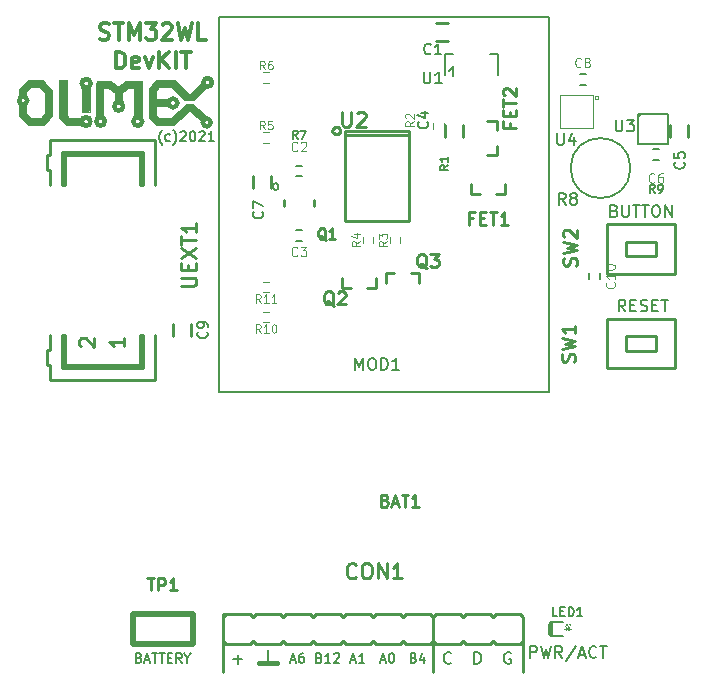
<source format=gbr>
G04 #@! TF.GenerationSoftware,KiCad,Pcbnew,5.1.5+dfsg1-2build2*
G04 #@! TF.CreationDate,2021-03-17T14:18:53+02:00*
G04 #@! TF.ProjectId,LoRa-STM32WL-DevKit_RevA,4c6f5261-2d53-4544-9d33-32574c2d4465,rev?*
G04 #@! TF.SameCoordinates,Original*
G04 #@! TF.FileFunction,Legend,Top*
G04 #@! TF.FilePolarity,Positive*
%FSLAX46Y46*%
G04 Gerber Fmt 4.6, Leading zero omitted, Abs format (unit mm)*
G04 Created by KiCad (PCBNEW 5.1.5+dfsg1-2build2) date 2021-03-17 14:18:53*
%MOMM*%
%LPD*%
G04 APERTURE LIST*
%ADD10C,0.150000*%
%ADD11C,0.400000*%
%ADD12C,0.160000*%
%ADD13C,0.254000*%
%ADD14C,0.209550*%
%ADD15C,0.349250*%
%ADD16C,0.700000*%
%ADD17C,0.500000*%
%ADD18C,0.100000*%
%ADD19C,0.508000*%
%ADD20C,0.050000*%
%ADD21C,0.127000*%
%ADD22C,0.222250*%
%ADD23C,0.200000*%
G04 APERTURE END LIST*
D10*
X65310000Y-140912857D02*
X65424285Y-140950952D01*
X65462380Y-140989047D01*
X65500476Y-141065238D01*
X65500476Y-141179523D01*
X65462380Y-141255714D01*
X65424285Y-141293809D01*
X65348095Y-141331904D01*
X65043333Y-141331904D01*
X65043333Y-140531904D01*
X65310000Y-140531904D01*
X65386190Y-140570000D01*
X65424285Y-140608095D01*
X65462380Y-140684285D01*
X65462380Y-140760476D01*
X65424285Y-140836666D01*
X65386190Y-140874761D01*
X65310000Y-140912857D01*
X65043333Y-140912857D01*
X65805238Y-141103333D02*
X66186190Y-141103333D01*
X65729047Y-141331904D02*
X65995714Y-140531904D01*
X66262380Y-141331904D01*
X66414761Y-140531904D02*
X66871904Y-140531904D01*
X66643333Y-141331904D02*
X66643333Y-140531904D01*
X67024285Y-140531904D02*
X67481428Y-140531904D01*
X67252857Y-141331904D02*
X67252857Y-140531904D01*
X67748095Y-140912857D02*
X68014761Y-140912857D01*
X68129047Y-141331904D02*
X67748095Y-141331904D01*
X67748095Y-140531904D01*
X68129047Y-140531904D01*
X68929047Y-141331904D02*
X68662380Y-140950952D01*
X68471904Y-141331904D02*
X68471904Y-140531904D01*
X68776666Y-140531904D01*
X68852857Y-140570000D01*
X68890952Y-140608095D01*
X68929047Y-140684285D01*
X68929047Y-140798571D01*
X68890952Y-140874761D01*
X68852857Y-140912857D01*
X68776666Y-140950952D01*
X68471904Y-140950952D01*
X69424285Y-140950952D02*
X69424285Y-141331904D01*
X69157619Y-140531904D02*
X69424285Y-140950952D01*
X69690952Y-140531904D01*
D11*
X75438000Y-141351000D02*
X76962000Y-141351000D01*
D12*
X76200000Y-140208000D02*
X76200000Y-141351000D01*
D10*
X88576190Y-140912857D02*
X88690476Y-140950952D01*
X88728571Y-140989047D01*
X88766666Y-141065238D01*
X88766666Y-141179523D01*
X88728571Y-141255714D01*
X88690476Y-141293809D01*
X88614285Y-141331904D01*
X88309523Y-141331904D01*
X88309523Y-140531904D01*
X88576190Y-140531904D01*
X88652380Y-140570000D01*
X88690476Y-140608095D01*
X88728571Y-140684285D01*
X88728571Y-140760476D01*
X88690476Y-140836666D01*
X88652380Y-140874761D01*
X88576190Y-140912857D01*
X88309523Y-140912857D01*
X89452380Y-140798571D02*
X89452380Y-141331904D01*
X89261904Y-140493809D02*
X89071428Y-141065238D01*
X89566666Y-141065238D01*
X85788571Y-141103333D02*
X86169523Y-141103333D01*
X85712380Y-141331904D02*
X85979047Y-140531904D01*
X86245714Y-141331904D01*
X86664761Y-140531904D02*
X86740952Y-140531904D01*
X86817142Y-140570000D01*
X86855238Y-140608095D01*
X86893333Y-140684285D01*
X86931428Y-140836666D01*
X86931428Y-141027142D01*
X86893333Y-141179523D01*
X86855238Y-141255714D01*
X86817142Y-141293809D01*
X86740952Y-141331904D01*
X86664761Y-141331904D01*
X86588571Y-141293809D01*
X86550476Y-141255714D01*
X86512380Y-141179523D01*
X86474285Y-141027142D01*
X86474285Y-140836666D01*
X86512380Y-140684285D01*
X86550476Y-140608095D01*
X86588571Y-140570000D01*
X86664761Y-140531904D01*
X83248571Y-141103333D02*
X83629523Y-141103333D01*
X83172380Y-141331904D02*
X83439047Y-140531904D01*
X83705714Y-141331904D01*
X84391428Y-141331904D02*
X83934285Y-141331904D01*
X84162857Y-141331904D02*
X84162857Y-140531904D01*
X84086666Y-140646190D01*
X84010476Y-140722380D01*
X83934285Y-140760476D01*
X80575238Y-140912857D02*
X80689523Y-140950952D01*
X80727619Y-140989047D01*
X80765714Y-141065238D01*
X80765714Y-141179523D01*
X80727619Y-141255714D01*
X80689523Y-141293809D01*
X80613333Y-141331904D01*
X80308571Y-141331904D01*
X80308571Y-140531904D01*
X80575238Y-140531904D01*
X80651428Y-140570000D01*
X80689523Y-140608095D01*
X80727619Y-140684285D01*
X80727619Y-140760476D01*
X80689523Y-140836666D01*
X80651428Y-140874761D01*
X80575238Y-140912857D01*
X80308571Y-140912857D01*
X81527619Y-141331904D02*
X81070476Y-141331904D01*
X81299047Y-141331904D02*
X81299047Y-140531904D01*
X81222857Y-140646190D01*
X81146666Y-140722380D01*
X81070476Y-140760476D01*
X81832380Y-140608095D02*
X81870476Y-140570000D01*
X81946666Y-140531904D01*
X82137142Y-140531904D01*
X82213333Y-140570000D01*
X82251428Y-140608095D01*
X82289523Y-140684285D01*
X82289523Y-140760476D01*
X82251428Y-140874761D01*
X81794285Y-141331904D01*
X82289523Y-141331904D01*
X78168571Y-141103333D02*
X78549523Y-141103333D01*
X78092380Y-141331904D02*
X78359047Y-140531904D01*
X78625714Y-141331904D01*
X79235238Y-140531904D02*
X79082857Y-140531904D01*
X79006666Y-140570000D01*
X78968571Y-140608095D01*
X78892380Y-140722380D01*
X78854285Y-140874761D01*
X78854285Y-141179523D01*
X78892380Y-141255714D01*
X78930476Y-141293809D01*
X79006666Y-141331904D01*
X79159047Y-141331904D01*
X79235238Y-141293809D01*
X79273333Y-141255714D01*
X79311428Y-141179523D01*
X79311428Y-140989047D01*
X79273333Y-140912857D01*
X79235238Y-140874761D01*
X79159047Y-140836666D01*
X79006666Y-140836666D01*
X78930476Y-140874761D01*
X78892380Y-140912857D01*
X78854285Y-140989047D01*
X73279047Y-141041428D02*
X74040952Y-141041428D01*
X73660000Y-141422380D02*
X73660000Y-140660476D01*
D13*
X72390000Y-137414000D02*
X72390000Y-142113000D01*
D10*
X96781904Y-140470000D02*
X96686666Y-140422380D01*
X96543809Y-140422380D01*
X96400952Y-140470000D01*
X96305714Y-140565238D01*
X96258095Y-140660476D01*
X96210476Y-140850952D01*
X96210476Y-140993809D01*
X96258095Y-141184285D01*
X96305714Y-141279523D01*
X96400952Y-141374761D01*
X96543809Y-141422380D01*
X96639047Y-141422380D01*
X96781904Y-141374761D01*
X96829523Y-141327142D01*
X96829523Y-140993809D01*
X96639047Y-140993809D01*
X91749523Y-141327142D02*
X91701904Y-141374761D01*
X91559047Y-141422380D01*
X91463809Y-141422380D01*
X91320952Y-141374761D01*
X91225714Y-141279523D01*
X91178095Y-141184285D01*
X91130476Y-140993809D01*
X91130476Y-140850952D01*
X91178095Y-140660476D01*
X91225714Y-140565238D01*
X91320952Y-140470000D01*
X91463809Y-140422380D01*
X91559047Y-140422380D01*
X91701904Y-140470000D01*
X91749523Y-140517619D01*
X93718095Y-141422380D02*
X93718095Y-140422380D01*
X93956190Y-140422380D01*
X94099047Y-140470000D01*
X94194285Y-140565238D01*
X94241904Y-140660476D01*
X94289523Y-140850952D01*
X94289523Y-140993809D01*
X94241904Y-141184285D01*
X94194285Y-141279523D01*
X94099047Y-141374761D01*
X93956190Y-141422380D01*
X93718095Y-141422380D01*
D13*
X97790000Y-137541000D02*
X97790000Y-142113000D01*
X90170000Y-137414000D02*
X90170000Y-142113000D01*
D10*
X98433333Y-140914380D02*
X98433333Y-139914380D01*
X98814285Y-139914380D01*
X98909523Y-139962000D01*
X98957142Y-140009619D01*
X99004761Y-140104857D01*
X99004761Y-140247714D01*
X98957142Y-140342952D01*
X98909523Y-140390571D01*
X98814285Y-140438190D01*
X98433333Y-140438190D01*
X99338095Y-139914380D02*
X99576190Y-140914380D01*
X99766666Y-140200095D01*
X99957142Y-140914380D01*
X100195238Y-139914380D01*
X101147619Y-140914380D02*
X100814285Y-140438190D01*
X100576190Y-140914380D02*
X100576190Y-139914380D01*
X100957142Y-139914380D01*
X101052380Y-139962000D01*
X101100000Y-140009619D01*
X101147619Y-140104857D01*
X101147619Y-140247714D01*
X101100000Y-140342952D01*
X101052380Y-140390571D01*
X100957142Y-140438190D01*
X100576190Y-140438190D01*
X102290476Y-139866761D02*
X101433333Y-141152476D01*
X102576190Y-140628666D02*
X103052380Y-140628666D01*
X102480952Y-140914380D02*
X102814285Y-139914380D01*
X103147619Y-140914380D01*
X104052380Y-140819142D02*
X104004761Y-140866761D01*
X103861904Y-140914380D01*
X103766666Y-140914380D01*
X103623809Y-140866761D01*
X103528571Y-140771523D01*
X103480952Y-140676285D01*
X103433333Y-140485809D01*
X103433333Y-140342952D01*
X103480952Y-140152476D01*
X103528571Y-140057238D01*
X103623809Y-139962000D01*
X103766666Y-139914380D01*
X103861904Y-139914380D01*
X104004761Y-139962000D01*
X104052380Y-140009619D01*
X104338095Y-139914380D02*
X104909523Y-139914380D01*
X104623809Y-140914380D02*
X104623809Y-139914380D01*
X105561095Y-103052571D02*
X105703952Y-103100190D01*
X105751571Y-103147809D01*
X105799190Y-103243047D01*
X105799190Y-103385904D01*
X105751571Y-103481142D01*
X105703952Y-103528761D01*
X105608714Y-103576380D01*
X105227761Y-103576380D01*
X105227761Y-102576380D01*
X105561095Y-102576380D01*
X105656333Y-102624000D01*
X105703952Y-102671619D01*
X105751571Y-102766857D01*
X105751571Y-102862095D01*
X105703952Y-102957333D01*
X105656333Y-103004952D01*
X105561095Y-103052571D01*
X105227761Y-103052571D01*
X106227761Y-102576380D02*
X106227761Y-103385904D01*
X106275380Y-103481142D01*
X106323000Y-103528761D01*
X106418238Y-103576380D01*
X106608714Y-103576380D01*
X106703952Y-103528761D01*
X106751571Y-103481142D01*
X106799190Y-103385904D01*
X106799190Y-102576380D01*
X107132523Y-102576380D02*
X107703952Y-102576380D01*
X107418238Y-103576380D02*
X107418238Y-102576380D01*
X107894428Y-102576380D02*
X108465857Y-102576380D01*
X108180142Y-103576380D02*
X108180142Y-102576380D01*
X108989666Y-102576380D02*
X109180142Y-102576380D01*
X109275380Y-102624000D01*
X109370619Y-102719238D01*
X109418238Y-102909714D01*
X109418238Y-103243047D01*
X109370619Y-103433523D01*
X109275380Y-103528761D01*
X109180142Y-103576380D01*
X108989666Y-103576380D01*
X108894428Y-103528761D01*
X108799190Y-103433523D01*
X108751571Y-103243047D01*
X108751571Y-102909714D01*
X108799190Y-102719238D01*
X108894428Y-102624000D01*
X108989666Y-102576380D01*
X109846809Y-103576380D02*
X109846809Y-102576380D01*
X110418238Y-103576380D01*
X110418238Y-102576380D01*
X106497619Y-111577380D02*
X106164285Y-111101190D01*
X105926190Y-111577380D02*
X105926190Y-110577380D01*
X106307142Y-110577380D01*
X106402380Y-110625000D01*
X106450000Y-110672619D01*
X106497619Y-110767857D01*
X106497619Y-110910714D01*
X106450000Y-111005952D01*
X106402380Y-111053571D01*
X106307142Y-111101190D01*
X105926190Y-111101190D01*
X106926190Y-111053571D02*
X107259523Y-111053571D01*
X107402380Y-111577380D02*
X106926190Y-111577380D01*
X106926190Y-110577380D01*
X107402380Y-110577380D01*
X107783333Y-111529761D02*
X107926190Y-111577380D01*
X108164285Y-111577380D01*
X108259523Y-111529761D01*
X108307142Y-111482142D01*
X108354761Y-111386904D01*
X108354761Y-111291666D01*
X108307142Y-111196428D01*
X108259523Y-111148809D01*
X108164285Y-111101190D01*
X107973809Y-111053571D01*
X107878571Y-111005952D01*
X107830952Y-110958333D01*
X107783333Y-110863095D01*
X107783333Y-110767857D01*
X107830952Y-110672619D01*
X107878571Y-110625000D01*
X107973809Y-110577380D01*
X108211904Y-110577380D01*
X108354761Y-110625000D01*
X108783333Y-111053571D02*
X109116666Y-111053571D01*
X109259523Y-111577380D02*
X108783333Y-111577380D01*
X108783333Y-110577380D01*
X109259523Y-110577380D01*
X109545238Y-110577380D02*
X110116666Y-110577380D01*
X109830952Y-111577380D02*
X109830952Y-110577380D01*
D14*
X67266457Y-97472500D02*
X67226542Y-97432585D01*
X67146714Y-97312842D01*
X67106800Y-97233014D01*
X67066885Y-97113271D01*
X67026971Y-96913700D01*
X67026971Y-96754042D01*
X67066885Y-96554471D01*
X67106800Y-96434728D01*
X67146714Y-96354900D01*
X67226542Y-96235157D01*
X67266457Y-96195242D01*
X67945000Y-97113271D02*
X67865171Y-97153185D01*
X67705514Y-97153185D01*
X67625685Y-97113271D01*
X67585771Y-97073357D01*
X67545857Y-96993528D01*
X67545857Y-96754042D01*
X67585771Y-96674214D01*
X67625685Y-96634300D01*
X67705514Y-96594385D01*
X67865171Y-96594385D01*
X67945000Y-96634300D01*
X68224400Y-97472500D02*
X68264314Y-97432585D01*
X68344142Y-97312842D01*
X68384057Y-97233014D01*
X68423971Y-97113271D01*
X68463885Y-96913700D01*
X68463885Y-96754042D01*
X68423971Y-96554471D01*
X68384057Y-96434728D01*
X68344142Y-96354900D01*
X68264314Y-96235157D01*
X68224400Y-96195242D01*
X68823114Y-96394814D02*
X68863028Y-96354900D01*
X68942857Y-96314985D01*
X69142428Y-96314985D01*
X69222257Y-96354900D01*
X69262171Y-96394814D01*
X69302085Y-96474642D01*
X69302085Y-96554471D01*
X69262171Y-96674214D01*
X68783200Y-97153185D01*
X69302085Y-97153185D01*
X69820971Y-96314985D02*
X69900800Y-96314985D01*
X69980628Y-96354900D01*
X70020542Y-96394814D01*
X70060457Y-96474642D01*
X70100371Y-96634300D01*
X70100371Y-96833871D01*
X70060457Y-96993528D01*
X70020542Y-97073357D01*
X69980628Y-97113271D01*
X69900800Y-97153185D01*
X69820971Y-97153185D01*
X69741142Y-97113271D01*
X69701228Y-97073357D01*
X69661314Y-96993528D01*
X69621400Y-96833871D01*
X69621400Y-96634300D01*
X69661314Y-96474642D01*
X69701228Y-96394814D01*
X69741142Y-96354900D01*
X69820971Y-96314985D01*
X70419685Y-96394814D02*
X70459600Y-96354900D01*
X70539428Y-96314985D01*
X70739000Y-96314985D01*
X70818828Y-96354900D01*
X70858742Y-96394814D01*
X70898657Y-96474642D01*
X70898657Y-96554471D01*
X70858742Y-96674214D01*
X70379771Y-97153185D01*
X70898657Y-97153185D01*
X71696942Y-97153185D02*
X71217971Y-97153185D01*
X71457457Y-97153185D02*
X71457457Y-96314985D01*
X71377628Y-96434728D01*
X71297800Y-96514557D01*
X71217971Y-96554471D01*
D15*
X61997166Y-88497077D02*
X62196738Y-88563601D01*
X62529357Y-88563601D01*
X62662404Y-88497077D01*
X62728928Y-88430553D01*
X62795452Y-88297505D01*
X62795452Y-88164458D01*
X62728928Y-88031410D01*
X62662404Y-87964886D01*
X62529357Y-87898363D01*
X62263261Y-87831839D01*
X62130214Y-87765315D01*
X62063690Y-87698791D01*
X61997166Y-87565744D01*
X61997166Y-87432696D01*
X62063690Y-87299648D01*
X62130214Y-87233125D01*
X62263261Y-87166601D01*
X62595880Y-87166601D01*
X62795452Y-87233125D01*
X63194595Y-87166601D02*
X63992880Y-87166601D01*
X63593738Y-88563601D02*
X63593738Y-87166601D01*
X64458547Y-88563601D02*
X64458547Y-87166601D01*
X64924214Y-88164458D01*
X65389880Y-87166601D01*
X65389880Y-88563601D01*
X65922071Y-87166601D02*
X66786880Y-87166601D01*
X66321214Y-87698791D01*
X66520785Y-87698791D01*
X66653833Y-87765315D01*
X66720357Y-87831839D01*
X66786880Y-87964886D01*
X66786880Y-88297505D01*
X66720357Y-88430553D01*
X66653833Y-88497077D01*
X66520785Y-88563601D01*
X66121642Y-88563601D01*
X65988595Y-88497077D01*
X65922071Y-88430553D01*
X67319071Y-87299648D02*
X67385595Y-87233125D01*
X67518642Y-87166601D01*
X67851261Y-87166601D01*
X67984309Y-87233125D01*
X68050833Y-87299648D01*
X68117357Y-87432696D01*
X68117357Y-87565744D01*
X68050833Y-87765315D01*
X67252547Y-88563601D01*
X68117357Y-88563601D01*
X68583023Y-87166601D02*
X68915642Y-88563601D01*
X69181738Y-87565744D01*
X69447833Y-88563601D01*
X69780452Y-87166601D01*
X70977880Y-88563601D02*
X70312642Y-88563601D01*
X70312642Y-87166601D01*
X63360904Y-91008351D02*
X63360904Y-89611351D01*
X63693523Y-89611351D01*
X63893095Y-89677875D01*
X64026142Y-89810922D01*
X64092666Y-89943970D01*
X64159190Y-90210065D01*
X64159190Y-90409636D01*
X64092666Y-90675732D01*
X64026142Y-90808779D01*
X63893095Y-90941827D01*
X63693523Y-91008351D01*
X63360904Y-91008351D01*
X65290095Y-90941827D02*
X65157047Y-91008351D01*
X64890952Y-91008351D01*
X64757904Y-90941827D01*
X64691380Y-90808779D01*
X64691380Y-90276589D01*
X64757904Y-90143541D01*
X64890952Y-90077017D01*
X65157047Y-90077017D01*
X65290095Y-90143541D01*
X65356619Y-90276589D01*
X65356619Y-90409636D01*
X64691380Y-90542684D01*
X65822285Y-90077017D02*
X66154904Y-91008351D01*
X66487523Y-90077017D01*
X67019714Y-91008351D02*
X67019714Y-89611351D01*
X67818000Y-91008351D02*
X67219285Y-90210065D01*
X67818000Y-89611351D02*
X67019714Y-90409636D01*
X68416714Y-91008351D02*
X68416714Y-89611351D01*
X68882380Y-89611351D02*
X69680666Y-89611351D01*
X69281523Y-91008351D02*
X69281523Y-89611351D01*
D10*
X72054000Y-118420000D02*
X72054000Y-86670000D01*
X99994000Y-118420000D02*
X72054000Y-118420000D01*
X99994000Y-86670000D02*
X99994000Y-118420000D01*
X72054000Y-86670000D02*
X99994000Y-86670000D01*
D11*
X55849147Y-93726000D02*
G75*
G03X55849147Y-93726000I-337447J0D01*
G01*
D16*
X55499000Y-92951300D02*
X56007000Y-92443300D01*
X57099200Y-92367100D02*
X57734200Y-92976700D01*
X57708800Y-94932500D02*
X57150000Y-95516700D01*
X59334400Y-95529400D02*
X58877200Y-95072200D01*
X60320200Y-95529400D02*
X59334400Y-95529400D01*
D11*
X61199324Y-95504000D02*
G75*
G03X61199324Y-95504000I-366324J0D01*
G01*
D16*
X60833000Y-92811600D02*
X60833000Y-94411800D01*
D11*
X61219218Y-92278200D02*
G75*
G03X61219218Y-92278200I-373518J0D01*
G01*
X62424559Y-95478600D02*
G75*
G03X62424559Y-95478600I-359659J0D01*
G01*
D16*
X62052200Y-94970600D02*
X62052200Y-92379800D01*
X62052200Y-92379800D02*
X62890400Y-92379800D01*
X62890400Y-92379800D02*
X63500000Y-92887800D01*
X63601600Y-93675200D02*
X63601600Y-92964000D01*
X63677800Y-92887800D02*
X64312800Y-92379800D01*
D11*
X63972518Y-94208600D02*
G75*
G03X63972518Y-94208600I-370918J0D01*
G01*
D16*
X64312800Y-92379800D02*
X65201800Y-92379800D01*
D11*
X65577729Y-95491300D02*
G75*
G03X65577729Y-95491300I-363229J0D01*
G01*
X71373266Y-95580200D02*
G75*
G03X71373266Y-95580200I-329466J0D01*
G01*
D16*
X70713600Y-95224600D02*
X69875400Y-94411800D01*
D17*
X69367400Y-94310200D02*
X69900800Y-94310200D01*
D16*
X68224400Y-95529400D02*
X69367400Y-94411800D01*
X66903600Y-95529400D02*
X68224400Y-95529400D01*
X66471800Y-95097600D02*
X66903600Y-95529400D01*
X66471800Y-92862400D02*
X66471800Y-95097600D01*
X66471800Y-92837000D02*
X66954400Y-92329000D01*
X67002500Y-92354400D02*
X68224400Y-92354400D01*
X68224400Y-92354400D02*
X69316600Y-93421200D01*
D17*
X69342000Y-93535500D02*
X69900800Y-93535500D01*
D16*
X70764400Y-92544900D02*
X69900800Y-93438600D01*
D11*
X71492135Y-92189300D02*
G75*
G03X71492135Y-92189300I-359435J0D01*
G01*
D16*
X67691000Y-93929200D02*
X66471800Y-93929200D01*
D11*
X68558659Y-93929200D02*
G75*
G03X68558659Y-93929200I-359659J0D01*
G01*
D16*
X56070500Y-95542100D02*
X57111900Y-95542100D01*
X55511700Y-94983300D02*
X55511700Y-94221300D01*
X55499000Y-94970600D02*
X56083200Y-95542100D01*
X55499000Y-93002100D02*
X55499000Y-93243400D01*
X57721500Y-92964000D02*
X57721500Y-94894400D01*
X57099200Y-92354400D02*
X56095900Y-92354400D01*
X65214500Y-92367100D02*
X65214500Y-94970600D01*
X58877200Y-95084900D02*
X58877200Y-92354400D01*
D18*
X58877200Y-92011500D02*
X58597800Y-92011500D01*
X58572400Y-92011500D02*
X58572400Y-95161100D01*
X58585100Y-92011500D02*
X58572400Y-92011500D01*
X58597800Y-92011500D02*
X58585100Y-92011500D01*
X58712100Y-92100400D02*
X58648600Y-92087700D01*
X59194700Y-92011500D02*
X59194700Y-95046800D01*
X58889900Y-92011500D02*
X59194700Y-92011500D01*
X59016900Y-92087700D02*
X59131200Y-92087700D01*
X60515500Y-92697300D02*
X60515500Y-94716600D01*
X61150500Y-94716600D02*
X61150500Y-92697300D01*
X61125100Y-94716600D02*
X61150500Y-94716600D01*
X60515500Y-94716600D02*
X61125100Y-94716600D01*
X60655200Y-94653100D02*
X60591700Y-94653100D01*
X60998100Y-94653100D02*
X61087000Y-94653100D01*
X61734700Y-95059500D02*
X61734700Y-92075000D01*
X62979300Y-92062300D02*
X63563500Y-92544900D01*
X61734700Y-92062300D02*
X62979300Y-92062300D01*
X61887100Y-92125800D02*
X61810900Y-92125800D01*
X65544700Y-95084900D02*
X65544700Y-92075000D01*
X64223900Y-92062300D02*
X63601600Y-92557600D01*
X64249300Y-92062300D02*
X64223900Y-92062300D01*
X65544700Y-92062300D02*
X64249300Y-92062300D01*
X65544700Y-92075000D02*
X65544700Y-92062300D01*
X65392300Y-92138500D02*
X65493900Y-92138500D01*
X68338700Y-92024200D02*
X69596000Y-93268800D01*
X68287900Y-92024200D02*
X68338700Y-92024200D01*
X66916300Y-92024200D02*
X68287900Y-92024200D01*
D13*
X88201500Y-96647000D02*
X82740500Y-96647000D01*
X88201500Y-103886000D02*
X88201500Y-96266000D01*
X82740500Y-96266000D02*
X82740500Y-103886000D01*
X88201500Y-103886000D02*
X82740500Y-103886000D01*
X82740500Y-96266000D02*
X88201500Y-96266000D01*
D10*
X107839000Y-94889000D02*
X107589000Y-95139000D01*
X110089000Y-94889000D02*
X107589000Y-94889000D01*
X110089000Y-97389000D02*
X110089000Y-94889000D01*
X107589000Y-97389000D02*
X110089000Y-97389000D01*
X107589000Y-94889000D02*
X107589000Y-97389000D01*
D18*
X100965000Y-96012000D02*
X100965000Y-93218000D01*
X103759000Y-96012000D02*
X100965000Y-96012000D01*
X103759000Y-93218000D02*
X103759000Y-96012000D01*
X100965000Y-93218000D02*
X103759000Y-93218000D01*
X104140000Y-93345000D02*
X103886000Y-93345000D01*
X104140000Y-93599000D02*
X104140000Y-93345000D01*
X103886000Y-93599000D02*
X104140000Y-93599000D01*
X103886000Y-93345000D02*
X103886000Y-93599000D01*
D13*
X58928000Y-98552000D02*
X58928000Y-98044000D01*
X65532000Y-98425000D02*
X65532000Y-98171000D01*
X65532000Y-115824000D02*
X65532000Y-116205000D01*
X58928000Y-115824000D02*
X58928000Y-116205000D01*
X59055000Y-116078000D02*
X59055000Y-113538000D01*
X59055000Y-100838000D02*
X59055000Y-98298000D01*
X65405000Y-98298000D02*
X59055000Y-98298000D01*
X59055000Y-116078000D02*
X65405000Y-116078000D01*
X57785000Y-117348000D02*
X57785000Y-116078000D01*
X66675000Y-97028000D02*
X66675000Y-100838000D01*
X66675000Y-97028000D02*
X57785000Y-97028000D01*
X57785000Y-117348000D02*
X66675000Y-117348000D01*
X65405000Y-98298000D02*
X65405000Y-100838000D01*
X65405000Y-113538000D02*
X65405000Y-116078000D01*
X57785000Y-98298000D02*
X57531000Y-98298000D01*
X57531000Y-98298000D02*
X57531000Y-99568000D01*
X57785000Y-99568000D02*
X57531000Y-99568000D01*
X57785000Y-98298000D02*
X57785000Y-97028000D01*
X57785000Y-100838000D02*
X57785000Y-99568000D01*
X57531000Y-114808000D02*
X57531000Y-116078000D01*
X57531000Y-116078000D02*
X57785000Y-116078000D01*
X57531000Y-114808000D02*
X57785000Y-114808000D01*
X57785000Y-114808000D02*
X57785000Y-113538000D01*
X65659000Y-100838000D02*
X65659000Y-98044000D01*
X65659000Y-98044000D02*
X58801000Y-98044000D01*
X58801000Y-98044000D02*
X58801000Y-100838000D01*
X58801000Y-113538000D02*
X58801000Y-116332000D01*
X58801000Y-116332000D02*
X65659000Y-116332000D01*
X65659000Y-116332000D02*
X65659000Y-113538000D01*
X66675000Y-113538000D02*
X66675000Y-117348000D01*
X59055000Y-100838000D02*
X58801000Y-100838000D01*
X65659000Y-100838000D02*
X65405000Y-100838000D01*
X65659000Y-113538000D02*
X65405000Y-113538000D01*
X59055000Y-113538000D02*
X58801000Y-113538000D01*
D10*
X95722440Y-89758520D02*
X95072200Y-89758520D01*
X95722440Y-89758520D02*
X95722440Y-91559380D01*
X91221560Y-89758520D02*
X91871800Y-89758520D01*
X91221560Y-89758520D02*
X91221560Y-91559380D01*
X91922600Y-90810080D02*
X91922600Y-91658440D01*
X91821000Y-90959940D02*
X91922600Y-90810080D01*
X91572080Y-91259660D02*
X91821000Y-90959940D01*
D19*
X64770000Y-139700000D02*
X64770000Y-137160000D01*
X69850000Y-139700000D02*
X64770000Y-139700000D01*
X69850000Y-137160000D02*
X69850000Y-139700000D01*
X64770000Y-137160000D02*
X69850000Y-137160000D01*
D13*
X106523000Y-106899000D02*
X106523000Y-105699000D01*
X106523000Y-105699000D02*
X109123000Y-105699000D01*
X109123000Y-106899000D02*
X109123000Y-105699000D01*
X106523000Y-106899000D02*
X109123000Y-106899000D01*
X110723000Y-104199000D02*
X104923000Y-104199000D01*
X110723000Y-108399000D02*
X110723000Y-104199000D01*
X104923000Y-108399000D02*
X110723000Y-108399000D01*
X104923000Y-104199000D02*
X104923000Y-108399000D01*
X106523000Y-114900000D02*
X106523000Y-113700000D01*
X106523000Y-113700000D02*
X109123000Y-113700000D01*
X109123000Y-114900000D02*
X109123000Y-113700000D01*
X106523000Y-114900000D02*
X109123000Y-114900000D01*
X110723000Y-112200000D02*
X104923000Y-112200000D01*
X110723000Y-116400000D02*
X110723000Y-112200000D01*
X104923000Y-116400000D02*
X110723000Y-116400000D01*
X104923000Y-112200000D02*
X104923000Y-116400000D01*
D18*
X76327000Y-109080300D02*
X75819000Y-109080300D01*
X75819000Y-109969300D02*
X76327000Y-109969300D01*
X76327000Y-111620300D02*
X75819000Y-111620300D01*
X75819000Y-112509300D02*
X76327000Y-112509300D01*
D10*
X106934000Y-99441000D02*
G75*
G03X106934000Y-99441000I-2540000J0D01*
G01*
D18*
X75819000Y-92202000D02*
X76327000Y-92202000D01*
X76327000Y-91313000D02*
X75819000Y-91313000D01*
X75819000Y-97282000D02*
X76327000Y-97282000D01*
X76327000Y-96393000D02*
X75819000Y-96393000D01*
X85153500Y-105791000D02*
X85153500Y-105283000D01*
X84264500Y-105283000D02*
X84264500Y-105791000D01*
X87439500Y-105791000D02*
X87439500Y-105283000D01*
X86550500Y-105283000D02*
X86550500Y-105791000D01*
X90233500Y-95631000D02*
X90233500Y-96139000D01*
X91122500Y-96139000D02*
X91122500Y-95631000D01*
D13*
X89052400Y-108331000D02*
X88341200Y-108331000D01*
X89052400Y-109169200D02*
X89052400Y-108331000D01*
X86207600Y-109169200D02*
X86207600Y-108331000D01*
X86918800Y-108331000D02*
X86207600Y-108331000D01*
X82524600Y-109601000D02*
X83235800Y-109601000D01*
X82524600Y-108762800D02*
X82524600Y-109601000D01*
X85369400Y-108762800D02*
X85369400Y-109601000D01*
X84658200Y-109601000D02*
X85369400Y-109601000D01*
X80137000Y-102616000D02*
X80137000Y-102108000D01*
X77597000Y-102616000D02*
X77597000Y-102108000D01*
X100203000Y-137947400D02*
X100203000Y-138988800D01*
X100037900Y-138874500D02*
X100037900Y-138049000D01*
X100190300Y-137909300D02*
X100050600Y-138036300D01*
X100190300Y-139001500D02*
X100037900Y-138874500D01*
D20*
X101629200Y-138205400D02*
X101759200Y-138095400D01*
X101769200Y-138075400D02*
X101689200Y-138085400D01*
X101769200Y-138075400D02*
X101769200Y-138155400D01*
X101553800Y-138075400D02*
X101553800Y-138155400D01*
X101553800Y-138075400D02*
X101473800Y-138085400D01*
X101422200Y-138184400D02*
X101552200Y-138074400D01*
D18*
X101500000Y-138540000D02*
X101500000Y-138320000D01*
X101690000Y-138320000D02*
X101590000Y-138420000D01*
X101690000Y-138540000D02*
X101580000Y-138440000D01*
X101690000Y-138540000D02*
X101690000Y-138320000D01*
X101860000Y-138430000D02*
X101340000Y-138430000D01*
D21*
X101219000Y-139065000D02*
X100203000Y-139065000D01*
X100203000Y-137845800D02*
X101219000Y-137845800D01*
D13*
X95631000Y-98323400D02*
X95631000Y-97612200D01*
X94792800Y-98323400D02*
X95631000Y-98323400D01*
X94792800Y-95478600D02*
X95631000Y-95478600D01*
X95631000Y-96189800D02*
X95631000Y-95478600D01*
X93446600Y-101600000D02*
X94157800Y-101600000D01*
X93446600Y-100761800D02*
X93446600Y-101600000D01*
X96291400Y-100761800D02*
X96291400Y-101600000D01*
X95580200Y-101600000D02*
X96291400Y-101600000D01*
X72390000Y-137160000D02*
X72390000Y-139700000D01*
X77470000Y-139446000D02*
X77724000Y-139700000D01*
X77216000Y-139700000D02*
X77470000Y-139446000D01*
X74676000Y-139700000D02*
X72898000Y-139700000D01*
X74930000Y-139446000D02*
X74676000Y-139700000D01*
X75184000Y-139700000D02*
X74930000Y-139446000D01*
X77216000Y-139700000D02*
X75184000Y-139700000D01*
X72898000Y-139700000D02*
X72390000Y-139700000D01*
X72644000Y-139700000D02*
X72390000Y-139446000D01*
X72390000Y-137414000D02*
X72644000Y-137160000D01*
X79756000Y-139700000D02*
X77724000Y-139700000D01*
X80010000Y-139446000D02*
X79756000Y-139700000D01*
X82804000Y-139700000D02*
X82550000Y-139446000D01*
X82296000Y-139700000D02*
X80264000Y-139700000D01*
X82550000Y-139446000D02*
X82296000Y-139700000D01*
X82296000Y-137160000D02*
X82550000Y-137414000D01*
X80264000Y-137160000D02*
X82296000Y-137160000D01*
X80010000Y-137414000D02*
X80264000Y-137160000D01*
X79756000Y-137160000D02*
X80010000Y-137414000D01*
X77724000Y-137160000D02*
X79756000Y-137160000D01*
X77470000Y-137414000D02*
X77724000Y-137160000D01*
X77216000Y-137160000D02*
X77470000Y-137414000D01*
X75184000Y-137160000D02*
X77216000Y-137160000D01*
X74930000Y-137414000D02*
X75184000Y-137160000D01*
X74676000Y-137160000D02*
X74930000Y-137414000D01*
X72644000Y-137160000D02*
X74676000Y-137160000D01*
X72390000Y-137160000D02*
X72644000Y-137160000D01*
X82550000Y-137414000D02*
X82804000Y-137160000D01*
X82804000Y-137160000D02*
X84836000Y-137160000D01*
X87376000Y-137160000D02*
X87630000Y-137414000D01*
X84836000Y-139700000D02*
X82804000Y-139700000D01*
X80264000Y-139700000D02*
X80010000Y-139446000D01*
X87630000Y-139446000D02*
X87376000Y-139700000D01*
X85344000Y-137160000D02*
X87376000Y-137160000D01*
X85090000Y-137414000D02*
X85344000Y-137160000D01*
X87376000Y-139700000D02*
X85344000Y-139700000D01*
X85090000Y-139446000D02*
X84836000Y-139700000D01*
X85344000Y-139700000D02*
X85090000Y-139446000D01*
X84836000Y-137160000D02*
X85090000Y-137414000D01*
X87376000Y-137160000D02*
X87630000Y-137414000D01*
X87630000Y-139446000D02*
X87376000Y-139700000D01*
X87376000Y-139700000D02*
X85344000Y-139700000D01*
X85344000Y-137160000D02*
X87376000Y-137160000D01*
X85090000Y-137414000D02*
X85344000Y-137160000D01*
X85344000Y-139700000D02*
X85090000Y-139446000D01*
X90424000Y-139700000D02*
X90170000Y-139446000D01*
X90170000Y-137414000D02*
X90424000Y-137160000D01*
X90424000Y-137160000D02*
X92456000Y-137160000D01*
X92456000Y-139700000D02*
X90424000Y-139700000D01*
X92710000Y-139446000D02*
X92456000Y-139700000D01*
X92456000Y-137160000D02*
X92710000Y-137414000D01*
X89916000Y-137160000D02*
X90170000Y-137414000D01*
X90424000Y-139700000D02*
X90170000Y-139446000D01*
X90170000Y-139446000D02*
X89916000Y-139700000D01*
X92456000Y-139700000D02*
X90424000Y-139700000D01*
X90170000Y-137414000D02*
X90424000Y-137160000D01*
X90424000Y-137160000D02*
X92456000Y-137160000D01*
X92710000Y-139446000D02*
X92456000Y-139700000D01*
X89916000Y-139700000D02*
X87884000Y-139700000D01*
X92456000Y-137160000D02*
X92710000Y-137414000D01*
X87884000Y-137160000D02*
X89916000Y-137160000D01*
X87630000Y-137414000D02*
X87884000Y-137160000D01*
X87884000Y-139700000D02*
X87630000Y-139446000D01*
X92964000Y-139700000D02*
X92710000Y-139446000D01*
X92710000Y-137414000D02*
X92964000Y-137160000D01*
X92964000Y-137160000D02*
X94996000Y-137160000D01*
X97536000Y-137160000D02*
X97790000Y-137414000D01*
X94996000Y-139700000D02*
X92964000Y-139700000D01*
X97790000Y-139446000D02*
X97536000Y-139700000D01*
X97790000Y-137414000D02*
X97790000Y-139446000D01*
X95504000Y-137160000D02*
X97536000Y-137160000D01*
X95250000Y-137414000D02*
X95504000Y-137160000D01*
X97536000Y-139700000D02*
X95504000Y-139700000D01*
X95250000Y-139446000D02*
X94996000Y-139700000D01*
X95504000Y-139700000D02*
X95250000Y-139446000D01*
X94996000Y-137160000D02*
X95250000Y-137414000D01*
X97536000Y-137160000D02*
X97790000Y-137414000D01*
X97790000Y-139446000D02*
X97536000Y-139700000D01*
X97536000Y-139700000D02*
X95504000Y-139700000D01*
X95504000Y-137160000D02*
X97536000Y-137160000D01*
X95250000Y-137414000D02*
X95504000Y-137160000D01*
X95504000Y-139700000D02*
X95250000Y-139446000D01*
D10*
X103441500Y-108585000D02*
X103441500Y-108331000D01*
X103441500Y-108585000D02*
X103441500Y-108839000D01*
X104330500Y-108585000D02*
X104330500Y-108839000D01*
X104330500Y-108585000D02*
X104330500Y-108331000D01*
D13*
X68199000Y-113665000D02*
X68199000Y-112649000D01*
X69723000Y-113665000D02*
X69723000Y-112649000D01*
D10*
X102870000Y-92392500D02*
X102616000Y-92392500D01*
X102870000Y-92392500D02*
X103124000Y-92392500D01*
X102870000Y-91503500D02*
X103124000Y-91503500D01*
X102870000Y-91503500D02*
X102616000Y-91503500D01*
D13*
X74930000Y-101092000D02*
X74930000Y-100076000D01*
X76454000Y-101092000D02*
X76454000Y-100076000D01*
D10*
X109093000Y-98742500D02*
X108839000Y-98742500D01*
X109093000Y-98742500D02*
X109347000Y-98742500D01*
X109093000Y-97853500D02*
X109347000Y-97853500D01*
X109093000Y-97853500D02*
X108839000Y-97853500D01*
D13*
X111760000Y-95758000D02*
X111760000Y-96774000D01*
X110236000Y-95758000D02*
X110236000Y-96774000D01*
X91186000Y-96774000D02*
X91186000Y-95758000D01*
X92710000Y-96774000D02*
X92710000Y-95758000D01*
D10*
X78867000Y-104711500D02*
X79121000Y-104711500D01*
X78867000Y-104711500D02*
X78613000Y-104711500D01*
X78867000Y-105600500D02*
X78613000Y-105600500D01*
X78867000Y-105600500D02*
X79121000Y-105600500D01*
X78867000Y-100139500D02*
X78613000Y-100139500D01*
X78867000Y-100139500D02*
X79121000Y-100139500D01*
X78867000Y-99250500D02*
X79121000Y-99250500D01*
X78867000Y-99250500D02*
X78613000Y-99250500D01*
D13*
X90424000Y-87122000D02*
X91440000Y-87122000D01*
X90424000Y-88646000D02*
X91440000Y-88646000D01*
D10*
X83637666Y-116530380D02*
X83637666Y-115530380D01*
X83971000Y-116244666D01*
X84304333Y-115530380D01*
X84304333Y-116530380D01*
X84971000Y-115530380D02*
X85161476Y-115530380D01*
X85256714Y-115578000D01*
X85351952Y-115673238D01*
X85399571Y-115863714D01*
X85399571Y-116197047D01*
X85351952Y-116387523D01*
X85256714Y-116482761D01*
X85161476Y-116530380D01*
X84971000Y-116530380D01*
X84875761Y-116482761D01*
X84780523Y-116387523D01*
X84732904Y-116197047D01*
X84732904Y-115863714D01*
X84780523Y-115673238D01*
X84875761Y-115578000D01*
X84971000Y-115530380D01*
X85828142Y-116530380D02*
X85828142Y-115530380D01*
X86066238Y-115530380D01*
X86209095Y-115578000D01*
X86304333Y-115673238D01*
X86351952Y-115768476D01*
X86399571Y-115958952D01*
X86399571Y-116101809D01*
X86351952Y-116292285D01*
X86304333Y-116387523D01*
X86209095Y-116482761D01*
X86066238Y-116530380D01*
X85828142Y-116530380D01*
X87351952Y-116530380D02*
X86780523Y-116530380D01*
X87066238Y-116530380D02*
X87066238Y-115530380D01*
X86971000Y-115673238D01*
X86875761Y-115768476D01*
X86780523Y-115816095D01*
D13*
X82503380Y-94680523D02*
X82503380Y-95708619D01*
X82563857Y-95829571D01*
X82624333Y-95890047D01*
X82745285Y-95950523D01*
X82987190Y-95950523D01*
X83108142Y-95890047D01*
X83168619Y-95829571D01*
X83229095Y-95708619D01*
X83229095Y-94680523D01*
X83773380Y-94801476D02*
X83833857Y-94741000D01*
X83954809Y-94680523D01*
X84257190Y-94680523D01*
X84378142Y-94741000D01*
X84438619Y-94801476D01*
X84499095Y-94922428D01*
X84499095Y-95043380D01*
X84438619Y-95224809D01*
X83712904Y-95950523D01*
X84499095Y-95950523D01*
X82374619Y-96338571D02*
X82326238Y-96435333D01*
X82277857Y-96483714D01*
X82181095Y-96532095D01*
X81890809Y-96532095D01*
X81794047Y-96483714D01*
X81745666Y-96435333D01*
X81697285Y-96338571D01*
X81697285Y-96193428D01*
X81745666Y-96096666D01*
X81794047Y-96048285D01*
X81890809Y-95999904D01*
X82181095Y-95999904D01*
X82277857Y-96048285D01*
X82326238Y-96096666D01*
X82374619Y-96193428D01*
X82374619Y-96338571D01*
D10*
X105664095Y-95337380D02*
X105664095Y-96146904D01*
X105711714Y-96242142D01*
X105759333Y-96289761D01*
X105854571Y-96337380D01*
X106045047Y-96337380D01*
X106140285Y-96289761D01*
X106187904Y-96242142D01*
X106235523Y-96146904D01*
X106235523Y-95337380D01*
X106616476Y-95337380D02*
X107235523Y-95337380D01*
X106902190Y-95718333D01*
X107045047Y-95718333D01*
X107140285Y-95765952D01*
X107187904Y-95813571D01*
X107235523Y-95908809D01*
X107235523Y-96146904D01*
X107187904Y-96242142D01*
X107140285Y-96289761D01*
X107045047Y-96337380D01*
X106759333Y-96337380D01*
X106664095Y-96289761D01*
X106616476Y-96242142D01*
X100711095Y-96480380D02*
X100711095Y-97289904D01*
X100758714Y-97385142D01*
X100806333Y-97432761D01*
X100901571Y-97480380D01*
X101092047Y-97480380D01*
X101187285Y-97432761D01*
X101234904Y-97385142D01*
X101282523Y-97289904D01*
X101282523Y-96480380D01*
X102187285Y-96813714D02*
X102187285Y-97480380D01*
X101949190Y-96432761D02*
X101711095Y-97147047D01*
X102330142Y-97147047D01*
D13*
X68900523Y-109437714D02*
X69928619Y-109437714D01*
X70049571Y-109377238D01*
X70110047Y-109316761D01*
X70170523Y-109195809D01*
X70170523Y-108953904D01*
X70110047Y-108832952D01*
X70049571Y-108772476D01*
X69928619Y-108712000D01*
X68900523Y-108712000D01*
X69505285Y-108107238D02*
X69505285Y-107683904D01*
X70170523Y-107502476D02*
X70170523Y-108107238D01*
X68900523Y-108107238D01*
X68900523Y-107502476D01*
X68900523Y-107079142D02*
X70170523Y-106232476D01*
X68900523Y-106232476D02*
X70170523Y-107079142D01*
X68900523Y-105930095D02*
X68900523Y-105204380D01*
X70170523Y-105567238D02*
X68900523Y-105567238D01*
X70170523Y-104115809D02*
X70170523Y-104841523D01*
X70170523Y-104478666D02*
X68900523Y-104478666D01*
X69081952Y-104599619D01*
X69202904Y-104720571D01*
X69263380Y-104841523D01*
X64074523Y-113810142D02*
X64074523Y-114535857D01*
X64074523Y-114173000D02*
X62804523Y-114173000D01*
X62985952Y-114293952D01*
X63106904Y-114414904D01*
X63167380Y-114535857D01*
X60385476Y-114535857D02*
X60325000Y-114475380D01*
X60264523Y-114354428D01*
X60264523Y-114052047D01*
X60325000Y-113931095D01*
X60385476Y-113870619D01*
X60506428Y-113810142D01*
X60627380Y-113810142D01*
X60808809Y-113870619D01*
X61534523Y-114596333D01*
X61534523Y-113810142D01*
D10*
X89408095Y-91273380D02*
X89408095Y-92082904D01*
X89455714Y-92178142D01*
X89503333Y-92225761D01*
X89598571Y-92273380D01*
X89789047Y-92273380D01*
X89884285Y-92225761D01*
X89931904Y-92178142D01*
X89979523Y-92082904D01*
X89979523Y-91273380D01*
X90979523Y-92273380D02*
X90408095Y-92273380D01*
X90693809Y-92273380D02*
X90693809Y-91273380D01*
X90598571Y-91416238D01*
X90503333Y-91511476D01*
X90408095Y-91559095D01*
D13*
X66027904Y-134190619D02*
X66608476Y-134190619D01*
X66318190Y-135206619D02*
X66318190Y-134190619D01*
X66947142Y-135206619D02*
X66947142Y-134190619D01*
X67334190Y-134190619D01*
X67430952Y-134239000D01*
X67479333Y-134287380D01*
X67527714Y-134384142D01*
X67527714Y-134529285D01*
X67479333Y-134626047D01*
X67430952Y-134674428D01*
X67334190Y-134722809D01*
X66947142Y-134722809D01*
X68495333Y-135206619D02*
X67914761Y-135206619D01*
X68205047Y-135206619D02*
X68205047Y-134190619D01*
X68108285Y-134335761D01*
X68011523Y-134432523D01*
X67914761Y-134480904D01*
X102316642Y-107696000D02*
X102371071Y-107532714D01*
X102371071Y-107260571D01*
X102316642Y-107151714D01*
X102262214Y-107097285D01*
X102153357Y-107042857D01*
X102044500Y-107042857D01*
X101935642Y-107097285D01*
X101881214Y-107151714D01*
X101826785Y-107260571D01*
X101772357Y-107478285D01*
X101717928Y-107587142D01*
X101663500Y-107641571D01*
X101554642Y-107696000D01*
X101445785Y-107696000D01*
X101336928Y-107641571D01*
X101282500Y-107587142D01*
X101228071Y-107478285D01*
X101228071Y-107206142D01*
X101282500Y-107042857D01*
X101228071Y-106661857D02*
X102371071Y-106389714D01*
X101554642Y-106172000D01*
X102371071Y-105954285D01*
X101228071Y-105682142D01*
X101336928Y-105301142D02*
X101282500Y-105246714D01*
X101228071Y-105137857D01*
X101228071Y-104865714D01*
X101282500Y-104756857D01*
X101336928Y-104702428D01*
X101445785Y-104648000D01*
X101554642Y-104648000D01*
X101717928Y-104702428D01*
X102371071Y-105355571D01*
X102371071Y-104648000D01*
X102189642Y-115824000D02*
X102244071Y-115660714D01*
X102244071Y-115388571D01*
X102189642Y-115279714D01*
X102135214Y-115225285D01*
X102026357Y-115170857D01*
X101917500Y-115170857D01*
X101808642Y-115225285D01*
X101754214Y-115279714D01*
X101699785Y-115388571D01*
X101645357Y-115606285D01*
X101590928Y-115715142D01*
X101536500Y-115769571D01*
X101427642Y-115824000D01*
X101318785Y-115824000D01*
X101209928Y-115769571D01*
X101155500Y-115715142D01*
X101101071Y-115606285D01*
X101101071Y-115334142D01*
X101155500Y-115170857D01*
X101101071Y-114789857D02*
X102244071Y-114517714D01*
X101427642Y-114300000D01*
X102244071Y-114082285D01*
X101101071Y-113810142D01*
X102244071Y-112776000D02*
X102244071Y-113429142D01*
X102244071Y-113102571D02*
X101101071Y-113102571D01*
X101264357Y-113211428D01*
X101373214Y-113320285D01*
X101427642Y-113429142D01*
D18*
X75623000Y-110841466D02*
X75389666Y-110508133D01*
X75223000Y-110841466D02*
X75223000Y-110141466D01*
X75489666Y-110141466D01*
X75556333Y-110174800D01*
X75589666Y-110208133D01*
X75623000Y-110274800D01*
X75623000Y-110374800D01*
X75589666Y-110441466D01*
X75556333Y-110474800D01*
X75489666Y-110508133D01*
X75223000Y-110508133D01*
X76289666Y-110841466D02*
X75889666Y-110841466D01*
X76089666Y-110841466D02*
X76089666Y-110141466D01*
X76023000Y-110241466D01*
X75956333Y-110308133D01*
X75889666Y-110341466D01*
X76956333Y-110841466D02*
X76556333Y-110841466D01*
X76756333Y-110841466D02*
X76756333Y-110141466D01*
X76689666Y-110241466D01*
X76623000Y-110308133D01*
X76556333Y-110341466D01*
X75623000Y-113381466D02*
X75389666Y-113048133D01*
X75223000Y-113381466D02*
X75223000Y-112681466D01*
X75489666Y-112681466D01*
X75556333Y-112714800D01*
X75589666Y-112748133D01*
X75623000Y-112814800D01*
X75623000Y-112914800D01*
X75589666Y-112981466D01*
X75556333Y-113014800D01*
X75489666Y-113048133D01*
X75223000Y-113048133D01*
X76289666Y-113381466D02*
X75889666Y-113381466D01*
X76089666Y-113381466D02*
X76089666Y-112681466D01*
X76023000Y-112781466D01*
X75956333Y-112848133D01*
X75889666Y-112881466D01*
X76723000Y-112681466D02*
X76789666Y-112681466D01*
X76856333Y-112714800D01*
X76889666Y-112748133D01*
X76923000Y-112814800D01*
X76956333Y-112948133D01*
X76956333Y-113114800D01*
X76923000Y-113248133D01*
X76889666Y-113314800D01*
X76856333Y-113348133D01*
X76789666Y-113381466D01*
X76723000Y-113381466D01*
X76656333Y-113348133D01*
X76623000Y-113314800D01*
X76589666Y-113248133D01*
X76556333Y-113114800D01*
X76556333Y-112948133D01*
X76589666Y-112814800D01*
X76623000Y-112748133D01*
X76656333Y-112714800D01*
X76723000Y-112681466D01*
D10*
X108976333Y-101535666D02*
X108743000Y-101202333D01*
X108576333Y-101535666D02*
X108576333Y-100835666D01*
X108843000Y-100835666D01*
X108909666Y-100869000D01*
X108943000Y-100902333D01*
X108976333Y-100969000D01*
X108976333Y-101069000D01*
X108943000Y-101135666D01*
X108909666Y-101169000D01*
X108843000Y-101202333D01*
X108576333Y-101202333D01*
X109309666Y-101535666D02*
X109443000Y-101535666D01*
X109509666Y-101502333D01*
X109543000Y-101469000D01*
X109609666Y-101369000D01*
X109643000Y-101235666D01*
X109643000Y-100969000D01*
X109609666Y-100902333D01*
X109576333Y-100869000D01*
X109509666Y-100835666D01*
X109376333Y-100835666D01*
X109309666Y-100869000D01*
X109276333Y-100902333D01*
X109243000Y-100969000D01*
X109243000Y-101135666D01*
X109276333Y-101202333D01*
X109309666Y-101235666D01*
X109376333Y-101269000D01*
X109509666Y-101269000D01*
X109576333Y-101235666D01*
X109609666Y-101202333D01*
X109643000Y-101135666D01*
X101433333Y-102560380D02*
X101100000Y-102084190D01*
X100861904Y-102560380D02*
X100861904Y-101560380D01*
X101242857Y-101560380D01*
X101338095Y-101608000D01*
X101385714Y-101655619D01*
X101433333Y-101750857D01*
X101433333Y-101893714D01*
X101385714Y-101988952D01*
X101338095Y-102036571D01*
X101242857Y-102084190D01*
X100861904Y-102084190D01*
X102004761Y-101988952D02*
X101909523Y-101941333D01*
X101861904Y-101893714D01*
X101814285Y-101798476D01*
X101814285Y-101750857D01*
X101861904Y-101655619D01*
X101909523Y-101608000D01*
X102004761Y-101560380D01*
X102195238Y-101560380D01*
X102290476Y-101608000D01*
X102338095Y-101655619D01*
X102385714Y-101750857D01*
X102385714Y-101798476D01*
X102338095Y-101893714D01*
X102290476Y-101941333D01*
X102195238Y-101988952D01*
X102004761Y-101988952D01*
X101909523Y-102036571D01*
X101861904Y-102084190D01*
X101814285Y-102179428D01*
X101814285Y-102369904D01*
X101861904Y-102465142D01*
X101909523Y-102512761D01*
X102004761Y-102560380D01*
X102195238Y-102560380D01*
X102290476Y-102512761D01*
X102338095Y-102465142D01*
X102385714Y-102369904D01*
X102385714Y-102179428D01*
X102338095Y-102084190D01*
X102290476Y-102036571D01*
X102195238Y-101988952D01*
X78750333Y-96963666D02*
X78517000Y-96630333D01*
X78350333Y-96963666D02*
X78350333Y-96263666D01*
X78617000Y-96263666D01*
X78683666Y-96297000D01*
X78717000Y-96330333D01*
X78750333Y-96397000D01*
X78750333Y-96497000D01*
X78717000Y-96563666D01*
X78683666Y-96597000D01*
X78617000Y-96630333D01*
X78350333Y-96630333D01*
X78983666Y-96263666D02*
X79450333Y-96263666D01*
X79150333Y-96963666D01*
D18*
X75956333Y-91074166D02*
X75723000Y-90740833D01*
X75556333Y-91074166D02*
X75556333Y-90374166D01*
X75823000Y-90374166D01*
X75889666Y-90407500D01*
X75923000Y-90440833D01*
X75956333Y-90507500D01*
X75956333Y-90607500D01*
X75923000Y-90674166D01*
X75889666Y-90707500D01*
X75823000Y-90740833D01*
X75556333Y-90740833D01*
X76556333Y-90374166D02*
X76423000Y-90374166D01*
X76356333Y-90407500D01*
X76323000Y-90440833D01*
X76256333Y-90540833D01*
X76223000Y-90674166D01*
X76223000Y-90940833D01*
X76256333Y-91007500D01*
X76289666Y-91040833D01*
X76356333Y-91074166D01*
X76489666Y-91074166D01*
X76556333Y-91040833D01*
X76589666Y-91007500D01*
X76623000Y-90940833D01*
X76623000Y-90774166D01*
X76589666Y-90707500D01*
X76556333Y-90674166D01*
X76489666Y-90640833D01*
X76356333Y-90640833D01*
X76289666Y-90674166D01*
X76256333Y-90707500D01*
X76223000Y-90774166D01*
X75956333Y-96154166D02*
X75723000Y-95820833D01*
X75556333Y-96154166D02*
X75556333Y-95454166D01*
X75823000Y-95454166D01*
X75889666Y-95487500D01*
X75923000Y-95520833D01*
X75956333Y-95587500D01*
X75956333Y-95687500D01*
X75923000Y-95754166D01*
X75889666Y-95787500D01*
X75823000Y-95820833D01*
X75556333Y-95820833D01*
X76589666Y-95454166D02*
X76256333Y-95454166D01*
X76223000Y-95787500D01*
X76256333Y-95754166D01*
X76323000Y-95720833D01*
X76489666Y-95720833D01*
X76556333Y-95754166D01*
X76589666Y-95787500D01*
X76623000Y-95854166D01*
X76623000Y-96020833D01*
X76589666Y-96087500D01*
X76556333Y-96120833D01*
X76489666Y-96154166D01*
X76323000Y-96154166D01*
X76256333Y-96120833D01*
X76223000Y-96087500D01*
X84025666Y-105653666D02*
X83692333Y-105887000D01*
X84025666Y-106053666D02*
X83325666Y-106053666D01*
X83325666Y-105787000D01*
X83359000Y-105720333D01*
X83392333Y-105687000D01*
X83459000Y-105653666D01*
X83559000Y-105653666D01*
X83625666Y-105687000D01*
X83659000Y-105720333D01*
X83692333Y-105787000D01*
X83692333Y-106053666D01*
X83559000Y-105053666D02*
X84025666Y-105053666D01*
X83292333Y-105220333D02*
X83792333Y-105387000D01*
X83792333Y-104953666D01*
X86311666Y-105653666D02*
X85978333Y-105887000D01*
X86311666Y-106053666D02*
X85611666Y-106053666D01*
X85611666Y-105787000D01*
X85645000Y-105720333D01*
X85678333Y-105687000D01*
X85745000Y-105653666D01*
X85845000Y-105653666D01*
X85911666Y-105687000D01*
X85945000Y-105720333D01*
X85978333Y-105787000D01*
X85978333Y-106053666D01*
X85611666Y-105420333D02*
X85611666Y-104987000D01*
X85878333Y-105220333D01*
X85878333Y-105120333D01*
X85911666Y-105053666D01*
X85945000Y-105020333D01*
X86011666Y-104987000D01*
X86178333Y-104987000D01*
X86245000Y-105020333D01*
X86278333Y-105053666D01*
X86311666Y-105120333D01*
X86311666Y-105320333D01*
X86278333Y-105387000D01*
X86245000Y-105420333D01*
X88581666Y-95493666D02*
X88248333Y-95727000D01*
X88581666Y-95893666D02*
X87881666Y-95893666D01*
X87881666Y-95627000D01*
X87915000Y-95560333D01*
X87948333Y-95527000D01*
X88015000Y-95493666D01*
X88115000Y-95493666D01*
X88181666Y-95527000D01*
X88215000Y-95560333D01*
X88248333Y-95627000D01*
X88248333Y-95893666D01*
X87948333Y-95227000D02*
X87915000Y-95193666D01*
X87881666Y-95127000D01*
X87881666Y-94960333D01*
X87915000Y-94893666D01*
X87948333Y-94860333D01*
X88015000Y-94827000D01*
X88081666Y-94827000D01*
X88181666Y-94860333D01*
X88581666Y-95260333D01*
X88581666Y-94827000D01*
D10*
X91514666Y-99176666D02*
X91181333Y-99410000D01*
X91514666Y-99576666D02*
X90814666Y-99576666D01*
X90814666Y-99310000D01*
X90848000Y-99243333D01*
X90881333Y-99210000D01*
X90948000Y-99176666D01*
X91048000Y-99176666D01*
X91114666Y-99210000D01*
X91148000Y-99243333D01*
X91181333Y-99310000D01*
X91181333Y-99576666D01*
X91514666Y-98510000D02*
X91514666Y-98910000D01*
X91514666Y-98710000D02*
X90814666Y-98710000D01*
X90914666Y-98776666D01*
X90981333Y-98843333D01*
X91014666Y-98910000D01*
D13*
X89684238Y-107917380D02*
X89579476Y-107865000D01*
X89474714Y-107760238D01*
X89317571Y-107603095D01*
X89212809Y-107550714D01*
X89108047Y-107550714D01*
X89160428Y-107812619D02*
X89055666Y-107760238D01*
X88950904Y-107655476D01*
X88898523Y-107445952D01*
X88898523Y-107079285D01*
X88950904Y-106869761D01*
X89055666Y-106765000D01*
X89160428Y-106712619D01*
X89369952Y-106712619D01*
X89474714Y-106765000D01*
X89579476Y-106869761D01*
X89631857Y-107079285D01*
X89631857Y-107445952D01*
X89579476Y-107655476D01*
X89474714Y-107760238D01*
X89369952Y-107812619D01*
X89160428Y-107812619D01*
X89998523Y-106712619D02*
X90679476Y-106712619D01*
X90312809Y-107131666D01*
X90469952Y-107131666D01*
X90574714Y-107184047D01*
X90627095Y-107236428D01*
X90679476Y-107341190D01*
X90679476Y-107603095D01*
X90627095Y-107707857D01*
X90574714Y-107760238D01*
X90469952Y-107812619D01*
X90155666Y-107812619D01*
X90050904Y-107760238D01*
X89998523Y-107707857D01*
X81810238Y-111092380D02*
X81705476Y-111040000D01*
X81600714Y-110935238D01*
X81443571Y-110778095D01*
X81338809Y-110725714D01*
X81234047Y-110725714D01*
X81286428Y-110987619D02*
X81181666Y-110935238D01*
X81076904Y-110830476D01*
X81024523Y-110620952D01*
X81024523Y-110254285D01*
X81076904Y-110044761D01*
X81181666Y-109940000D01*
X81286428Y-109887619D01*
X81495952Y-109887619D01*
X81600714Y-109940000D01*
X81705476Y-110044761D01*
X81757857Y-110254285D01*
X81757857Y-110620952D01*
X81705476Y-110830476D01*
X81600714Y-110935238D01*
X81495952Y-110987619D01*
X81286428Y-110987619D01*
X82176904Y-109992380D02*
X82229285Y-109940000D01*
X82334047Y-109887619D01*
X82595952Y-109887619D01*
X82700714Y-109940000D01*
X82753095Y-109992380D01*
X82805476Y-110097142D01*
X82805476Y-110201904D01*
X82753095Y-110359047D01*
X82124523Y-110987619D01*
X82805476Y-110987619D01*
D22*
X81131833Y-105515833D02*
X81047166Y-105473500D01*
X80962500Y-105388833D01*
X80835500Y-105261833D01*
X80750833Y-105219500D01*
X80666166Y-105219500D01*
X80708500Y-105431166D02*
X80623833Y-105388833D01*
X80539166Y-105304166D01*
X80496833Y-105134833D01*
X80496833Y-104838500D01*
X80539166Y-104669166D01*
X80623833Y-104584500D01*
X80708500Y-104542166D01*
X80877833Y-104542166D01*
X80962500Y-104584500D01*
X81047166Y-104669166D01*
X81089500Y-104838500D01*
X81089500Y-105134833D01*
X81047166Y-105304166D01*
X80962500Y-105388833D01*
X80877833Y-105431166D01*
X80708500Y-105431166D01*
X81936166Y-105431166D02*
X81428166Y-105431166D01*
X81682166Y-105431166D02*
X81682166Y-104542166D01*
X81597500Y-104669166D01*
X81512833Y-104753833D01*
X81428166Y-104796166D01*
D23*
X76841357Y-101263404D02*
X76765166Y-101225309D01*
X76727071Y-101187214D01*
X76688976Y-101111023D01*
X76688976Y-100882452D01*
X76727071Y-100806261D01*
X76765166Y-100768166D01*
X76841357Y-100730071D01*
X76955642Y-100730071D01*
X77031833Y-100768166D01*
X77069928Y-100806261D01*
X77108023Y-100882452D01*
X77108023Y-101111023D01*
X77069928Y-101187214D01*
X77031833Y-101225309D01*
X76955642Y-101263404D01*
X76841357Y-101263404D01*
D21*
X100747285Y-137377714D02*
X100384428Y-137377714D01*
X100384428Y-136615714D01*
X101001285Y-136978571D02*
X101255285Y-136978571D01*
X101364142Y-137377714D02*
X101001285Y-137377714D01*
X101001285Y-136615714D01*
X101364142Y-136615714D01*
X101690714Y-137377714D02*
X101690714Y-136615714D01*
X101872142Y-136615714D01*
X101981000Y-136652000D01*
X102053571Y-136724571D01*
X102089857Y-136797142D01*
X102126142Y-136942285D01*
X102126142Y-137051142D01*
X102089857Y-137196285D01*
X102053571Y-137268857D01*
X101981000Y-137341428D01*
X101872142Y-137377714D01*
X101690714Y-137377714D01*
X102851857Y-137377714D02*
X102416428Y-137377714D01*
X102634142Y-137377714D02*
X102634142Y-136615714D01*
X102561571Y-136724571D01*
X102489000Y-136797142D01*
X102416428Y-136833428D01*
D13*
X96695428Y-95644333D02*
X96695428Y-96011000D01*
X97271619Y-96011000D02*
X96171619Y-96011000D01*
X96171619Y-95487190D01*
X96695428Y-95068142D02*
X96695428Y-94701476D01*
X97271619Y-94544333D02*
X97271619Y-95068142D01*
X96171619Y-95068142D01*
X96171619Y-94544333D01*
X96171619Y-94230047D02*
X96171619Y-93601476D01*
X97271619Y-93915761D02*
X96171619Y-93915761D01*
X96276380Y-93287190D02*
X96224000Y-93234809D01*
X96171619Y-93130047D01*
X96171619Y-92868142D01*
X96224000Y-92763380D01*
X96276380Y-92711000D01*
X96381142Y-92658619D01*
X96485904Y-92658619D01*
X96643047Y-92711000D01*
X97271619Y-93339571D01*
X97271619Y-92658619D01*
X93585666Y-103680428D02*
X93219000Y-103680428D01*
X93219000Y-104256619D02*
X93219000Y-103156619D01*
X93742809Y-103156619D01*
X94161857Y-103680428D02*
X94528523Y-103680428D01*
X94685666Y-104256619D02*
X94161857Y-104256619D01*
X94161857Y-103156619D01*
X94685666Y-103156619D01*
X94999952Y-103156619D02*
X95628523Y-103156619D01*
X95314238Y-104256619D02*
X95314238Y-103156619D01*
X96571380Y-104256619D02*
X95942809Y-104256619D01*
X96257095Y-104256619D02*
X96257095Y-103156619D01*
X96152333Y-103313761D01*
X96047571Y-103418523D01*
X95942809Y-103470904D01*
X83674857Y-134057571D02*
X83614380Y-134118047D01*
X83432952Y-134178523D01*
X83312000Y-134178523D01*
X83130571Y-134118047D01*
X83009619Y-133997095D01*
X82949142Y-133876142D01*
X82888666Y-133634238D01*
X82888666Y-133452809D01*
X82949142Y-133210904D01*
X83009619Y-133089952D01*
X83130571Y-132969000D01*
X83312000Y-132908523D01*
X83432952Y-132908523D01*
X83614380Y-132969000D01*
X83674857Y-133029476D01*
X84461047Y-132908523D02*
X84702952Y-132908523D01*
X84823904Y-132969000D01*
X84944857Y-133089952D01*
X85005333Y-133331857D01*
X85005333Y-133755190D01*
X84944857Y-133997095D01*
X84823904Y-134118047D01*
X84702952Y-134178523D01*
X84461047Y-134178523D01*
X84340095Y-134118047D01*
X84219142Y-133997095D01*
X84158666Y-133755190D01*
X84158666Y-133331857D01*
X84219142Y-133089952D01*
X84340095Y-132969000D01*
X84461047Y-132908523D01*
X85549619Y-134178523D02*
X85549619Y-132908523D01*
X86275333Y-134178523D01*
X86275333Y-132908523D01*
X87545333Y-134178523D02*
X86819619Y-134178523D01*
X87182476Y-134178523D02*
X87182476Y-132908523D01*
X87061523Y-133089952D01*
X86940571Y-133210904D01*
X86819619Y-133271380D01*
D18*
X105568714Y-109099285D02*
X105606809Y-109137380D01*
X105644904Y-109251666D01*
X105644904Y-109327857D01*
X105606809Y-109442142D01*
X105530619Y-109518333D01*
X105454428Y-109556428D01*
X105302047Y-109594523D01*
X105187761Y-109594523D01*
X105035380Y-109556428D01*
X104959190Y-109518333D01*
X104883000Y-109442142D01*
X104844904Y-109327857D01*
X104844904Y-109251666D01*
X104883000Y-109137380D01*
X104921095Y-109099285D01*
X105644904Y-108337380D02*
X105644904Y-108794523D01*
X105644904Y-108565952D02*
X104844904Y-108565952D01*
X104959190Y-108642142D01*
X105035380Y-108718333D01*
X105073476Y-108794523D01*
X104844904Y-107842142D02*
X104844904Y-107765952D01*
X104883000Y-107689761D01*
X104921095Y-107651666D01*
X104997285Y-107613571D01*
X105149666Y-107575476D01*
X105340142Y-107575476D01*
X105492523Y-107613571D01*
X105568714Y-107651666D01*
X105606809Y-107689761D01*
X105644904Y-107765952D01*
X105644904Y-107842142D01*
X105606809Y-107918333D01*
X105568714Y-107956428D01*
X105492523Y-107994523D01*
X105340142Y-108032619D01*
X105149666Y-108032619D01*
X104997285Y-107994523D01*
X104921095Y-107956428D01*
X104883000Y-107918333D01*
X104844904Y-107842142D01*
D10*
X71060428Y-113307000D02*
X71103285Y-113349857D01*
X71146142Y-113478428D01*
X71146142Y-113564142D01*
X71103285Y-113692714D01*
X71017571Y-113778428D01*
X70931857Y-113821285D01*
X70760428Y-113864142D01*
X70631857Y-113864142D01*
X70460428Y-113821285D01*
X70374714Y-113778428D01*
X70289000Y-113692714D01*
X70246142Y-113564142D01*
X70246142Y-113478428D01*
X70289000Y-113349857D01*
X70331857Y-113307000D01*
X71146142Y-112878428D02*
X71146142Y-112707000D01*
X71103285Y-112621285D01*
X71060428Y-112578428D01*
X70931857Y-112492714D01*
X70760428Y-112449857D01*
X70417571Y-112449857D01*
X70331857Y-112492714D01*
X70289000Y-112535571D01*
X70246142Y-112621285D01*
X70246142Y-112792714D01*
X70289000Y-112878428D01*
X70331857Y-112921285D01*
X70417571Y-112964142D01*
X70631857Y-112964142D01*
X70717571Y-112921285D01*
X70760428Y-112878428D01*
X70803285Y-112792714D01*
X70803285Y-112621285D01*
X70760428Y-112535571D01*
X70717571Y-112492714D01*
X70631857Y-112449857D01*
D18*
X102736666Y-90836714D02*
X102698571Y-90874809D01*
X102584285Y-90912904D01*
X102508095Y-90912904D01*
X102393809Y-90874809D01*
X102317619Y-90798619D01*
X102279523Y-90722428D01*
X102241428Y-90570047D01*
X102241428Y-90455761D01*
X102279523Y-90303380D01*
X102317619Y-90227190D01*
X102393809Y-90151000D01*
X102508095Y-90112904D01*
X102584285Y-90112904D01*
X102698571Y-90151000D01*
X102736666Y-90189095D01*
X103193809Y-90455761D02*
X103117619Y-90417666D01*
X103079523Y-90379571D01*
X103041428Y-90303380D01*
X103041428Y-90265285D01*
X103079523Y-90189095D01*
X103117619Y-90151000D01*
X103193809Y-90112904D01*
X103346190Y-90112904D01*
X103422380Y-90151000D01*
X103460476Y-90189095D01*
X103498571Y-90265285D01*
X103498571Y-90303380D01*
X103460476Y-90379571D01*
X103422380Y-90417666D01*
X103346190Y-90455761D01*
X103193809Y-90455761D01*
X103117619Y-90493857D01*
X103079523Y-90531952D01*
X103041428Y-90608142D01*
X103041428Y-90760523D01*
X103079523Y-90836714D01*
X103117619Y-90874809D01*
X103193809Y-90912904D01*
X103346190Y-90912904D01*
X103422380Y-90874809D01*
X103460476Y-90836714D01*
X103498571Y-90760523D01*
X103498571Y-90608142D01*
X103460476Y-90531952D01*
X103422380Y-90493857D01*
X103346190Y-90455761D01*
D10*
X75759428Y-103147000D02*
X75802285Y-103189857D01*
X75845142Y-103318428D01*
X75845142Y-103404142D01*
X75802285Y-103532714D01*
X75716571Y-103618428D01*
X75630857Y-103661285D01*
X75459428Y-103704142D01*
X75330857Y-103704142D01*
X75159428Y-103661285D01*
X75073714Y-103618428D01*
X74988000Y-103532714D01*
X74945142Y-103404142D01*
X74945142Y-103318428D01*
X74988000Y-103189857D01*
X75030857Y-103147000D01*
X74945142Y-102847000D02*
X74945142Y-102247000D01*
X75845142Y-102632714D01*
D18*
X108959666Y-100615714D02*
X108921571Y-100653809D01*
X108807285Y-100691904D01*
X108731095Y-100691904D01*
X108616809Y-100653809D01*
X108540619Y-100577619D01*
X108502523Y-100501428D01*
X108464428Y-100349047D01*
X108464428Y-100234761D01*
X108502523Y-100082380D01*
X108540619Y-100006190D01*
X108616809Y-99930000D01*
X108731095Y-99891904D01*
X108807285Y-99891904D01*
X108921571Y-99930000D01*
X108959666Y-99968095D01*
X109645380Y-99891904D02*
X109493000Y-99891904D01*
X109416809Y-99930000D01*
X109378714Y-99968095D01*
X109302523Y-100082380D01*
X109264428Y-100234761D01*
X109264428Y-100539523D01*
X109302523Y-100615714D01*
X109340619Y-100653809D01*
X109416809Y-100691904D01*
X109569190Y-100691904D01*
X109645380Y-100653809D01*
X109683476Y-100615714D01*
X109721571Y-100539523D01*
X109721571Y-100349047D01*
X109683476Y-100272857D01*
X109645380Y-100234761D01*
X109569190Y-100196666D01*
X109416809Y-100196666D01*
X109340619Y-100234761D01*
X109302523Y-100272857D01*
X109264428Y-100349047D01*
D10*
X111446428Y-98956000D02*
X111489285Y-98998857D01*
X111532142Y-99127428D01*
X111532142Y-99213142D01*
X111489285Y-99341714D01*
X111403571Y-99427428D01*
X111317857Y-99470285D01*
X111146428Y-99513142D01*
X111017857Y-99513142D01*
X110846428Y-99470285D01*
X110760714Y-99427428D01*
X110675000Y-99341714D01*
X110632142Y-99213142D01*
X110632142Y-99127428D01*
X110675000Y-98998857D01*
X110717857Y-98956000D01*
X110632142Y-98141714D02*
X110632142Y-98570285D01*
X111060714Y-98613142D01*
X111017857Y-98570285D01*
X110975000Y-98484571D01*
X110975000Y-98270285D01*
X111017857Y-98184571D01*
X111060714Y-98141714D01*
X111146428Y-98098857D01*
X111360714Y-98098857D01*
X111446428Y-98141714D01*
X111489285Y-98184571D01*
X111532142Y-98270285D01*
X111532142Y-98484571D01*
X111489285Y-98570285D01*
X111446428Y-98613142D01*
X89729428Y-95527000D02*
X89772285Y-95569857D01*
X89815142Y-95698428D01*
X89815142Y-95784142D01*
X89772285Y-95912714D01*
X89686571Y-95998428D01*
X89600857Y-96041285D01*
X89429428Y-96084142D01*
X89300857Y-96084142D01*
X89129428Y-96041285D01*
X89043714Y-95998428D01*
X88958000Y-95912714D01*
X88915142Y-95784142D01*
X88915142Y-95698428D01*
X88958000Y-95569857D01*
X89000857Y-95527000D01*
X89215142Y-94755571D02*
X89815142Y-94755571D01*
X88872285Y-94969857D02*
X89515142Y-95184142D01*
X89515142Y-94627000D01*
D18*
X78733666Y-106838714D02*
X78695571Y-106876809D01*
X78581285Y-106914904D01*
X78505095Y-106914904D01*
X78390809Y-106876809D01*
X78314619Y-106800619D01*
X78276523Y-106724428D01*
X78238428Y-106572047D01*
X78238428Y-106457761D01*
X78276523Y-106305380D01*
X78314619Y-106229190D01*
X78390809Y-106153000D01*
X78505095Y-106114904D01*
X78581285Y-106114904D01*
X78695571Y-106153000D01*
X78733666Y-106191095D01*
X79000333Y-106114904D02*
X79495571Y-106114904D01*
X79228904Y-106419666D01*
X79343190Y-106419666D01*
X79419380Y-106457761D01*
X79457476Y-106495857D01*
X79495571Y-106572047D01*
X79495571Y-106762523D01*
X79457476Y-106838714D01*
X79419380Y-106876809D01*
X79343190Y-106914904D01*
X79114619Y-106914904D01*
X79038428Y-106876809D01*
X79000333Y-106838714D01*
X78733666Y-97948714D02*
X78695571Y-97986809D01*
X78581285Y-98024904D01*
X78505095Y-98024904D01*
X78390809Y-97986809D01*
X78314619Y-97910619D01*
X78276523Y-97834428D01*
X78238428Y-97682047D01*
X78238428Y-97567761D01*
X78276523Y-97415380D01*
X78314619Y-97339190D01*
X78390809Y-97263000D01*
X78505095Y-97224904D01*
X78581285Y-97224904D01*
X78695571Y-97263000D01*
X78733666Y-97301095D01*
X79038428Y-97301095D02*
X79076523Y-97263000D01*
X79152714Y-97224904D01*
X79343190Y-97224904D01*
X79419380Y-97263000D01*
X79457476Y-97301095D01*
X79495571Y-97377285D01*
X79495571Y-97453476D01*
X79457476Y-97567761D01*
X79000333Y-98024904D01*
X79495571Y-98024904D01*
D10*
X90020000Y-89729428D02*
X89977142Y-89772285D01*
X89848571Y-89815142D01*
X89762857Y-89815142D01*
X89634285Y-89772285D01*
X89548571Y-89686571D01*
X89505714Y-89600857D01*
X89462857Y-89429428D01*
X89462857Y-89300857D01*
X89505714Y-89129428D01*
X89548571Y-89043714D01*
X89634285Y-88958000D01*
X89762857Y-88915142D01*
X89848571Y-88915142D01*
X89977142Y-88958000D01*
X90020000Y-89000857D01*
X90877142Y-89815142D02*
X90362857Y-89815142D01*
X90620000Y-89815142D02*
X90620000Y-88915142D01*
X90534285Y-89043714D01*
X90448571Y-89129428D01*
X90362857Y-89172285D01*
D13*
X86146285Y-127567428D02*
X86291428Y-127615809D01*
X86339809Y-127664190D01*
X86388190Y-127760952D01*
X86388190Y-127906095D01*
X86339809Y-128002857D01*
X86291428Y-128051238D01*
X86194666Y-128099619D01*
X85807619Y-128099619D01*
X85807619Y-127083619D01*
X86146285Y-127083619D01*
X86243047Y-127132000D01*
X86291428Y-127180380D01*
X86339809Y-127277142D01*
X86339809Y-127373904D01*
X86291428Y-127470666D01*
X86243047Y-127519047D01*
X86146285Y-127567428D01*
X85807619Y-127567428D01*
X86775238Y-127809333D02*
X87259047Y-127809333D01*
X86678476Y-128099619D02*
X87017142Y-127083619D01*
X87355809Y-128099619D01*
X87549333Y-127083619D02*
X88129904Y-127083619D01*
X87839619Y-128099619D02*
X87839619Y-127083619D01*
X89000761Y-128099619D02*
X88420190Y-128099619D01*
X88710476Y-128099619D02*
X88710476Y-127083619D01*
X88613714Y-127228761D01*
X88516952Y-127325523D01*
X88420190Y-127373904D01*
M02*

</source>
